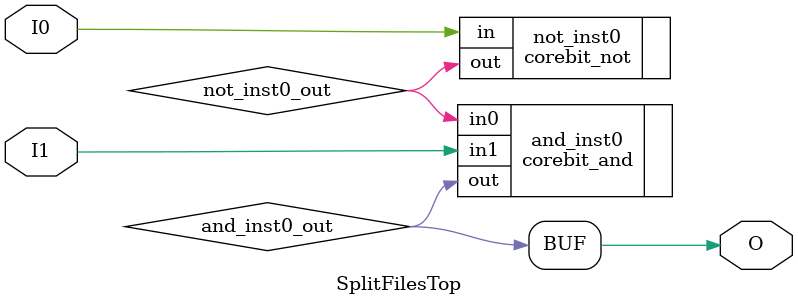
<source format=v>
module SplitFilesTop (
    input I0,
    input I1,
    output O
);
wire and_inst0_out;
wire not_inst0_out;
corebit_and and_inst0 (
    .in0(not_inst0_out),
    .in1(I1),
    .out(and_inst0_out)
);
corebit_not not_inst0 (
    .in(I0),
    .out(not_inst0_out)
);
assign O = and_inst0_out;
endmodule


</source>
